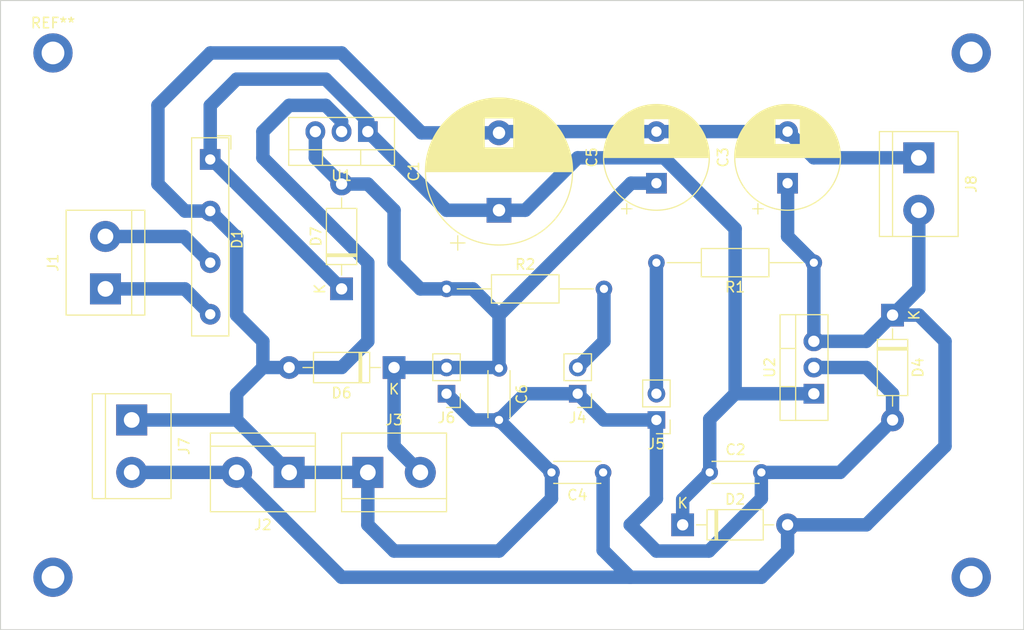
<source format=kicad_pcb>
(kicad_pcb (version 20240108) (generator "pcbnew") (generator_version "8.0")
  (layers (0 "F.Cu" signal) (31 "B.Cu" signal) (34 "B.Paste" user) (35 "F.Paste" user) (36 "B.SilkS" user "B.Silkscreen") (37 "F.SilkS" user "F.Silkscreen") (38 "B.Mask" user) (39 "F.Mask" user) (44 "Edge.Cuts" user))
  (net 0 "")
  (net 1 "Net-(D1-+)")
  (net 2 "Net-(D2-A)")
  (net 3 "Net-(D1--)")
  (net 4 "Net-(D6-K)")
  (net 5 "Net-(J1-Pin_2)")
  (net 6 "Net-(J1-Pin_1)")
  (net 7 "Net-(J4-Pin_2)")
  (net 8 "Net-(J5-Pin_2)")
  (footprint "Resistor_THT:R_Axial_DIN0207_L6.3mm_D2.5mm_P15.24mm_Horizontal" (layer "F.Cu") (at 154.94 71.12 180)
    (property "Reference" "R1" (at 7.62 -2.37 0) (layer "F.SilkS"))
    (property "Value" "R")
    (pad "1" thru_hole circle (at 0 0 180) (size 1.6 1.6) (drill 0.8) (layers "*.Cu" "*.Mask") (net 2 "Net-(D2-A)"))
    (pad "2" thru_hole oval (at 15.24 0 180) (size 1.6 1.6) (drill 0.8) (layers "*.Cu" "*.Mask") (net 8 "Net-(J5-Pin_2)"))
  )
  (footprint "Package_TO_SOT_THT:TO-220-3_Vertical" (layer "F.Cu") (at 111.76 58.42 180)
    (property "Reference" "U1" (at 2.54 -4.27 0) (layer "F.SilkS"))
    (property "Value" "L7805")
    (pad "1" thru_hole rect (at 0 0 180) (size 1.905 2) (drill 1.1) (layers "*.Cu" "*.Mask") (net 1 "Net-(D1-+)"))
    (pad "2" thru_hole oval (at 2.54 0 180) (size 1.905 2) (drill 1.1) (layers "*.Cu" "*.Mask") (net 3 "Net-(D1--)"))
    (pad "3" thru_hole oval (at 5.08 0 180) (size 1.905 2) (drill 1.1) (layers "*.Cu" "*.Mask") (net 4 "Net-(D6-K)"))
  )
  (footprint "TerminalBlock:TerminalBlock_bornier-2_P5.08mm" (layer "F.Cu") (at 165.1 60.96 -90)
    (property "Reference" "J8" (at 2.54 -5.08 90) (layer "F.SilkS"))
    (property "Value" "Screw_Terminal_01x02")
    (pad "1" thru_hole rect (at 0 0 270) (size 3 3) (drill 1.52) (layers "*.Cu" "*.Mask") (net 3 "Net-(D1--)"))
    (pad "2" thru_hole circle (at 5.08 0 270) (size 3 3) (drill 1.52) (layers "*.Cu" "*.Mask") (net 2 "Net-(D2-A)"))
  )
  (footprint "Diode_THT:D_DO-41_SOD81_P10.16mm_Horizontal" (layer "F.Cu") (at 114.3 81.28 180)
    (property "Reference" "D6" (at 5.08 -2.47 0) (layer "F.SilkS"))
    (property "Value" "1N4007")
    (fp_text user "K" (at 0 -2.1 0) (layer "F.SilkS"))
    (pad "1" thru_hole rect (at 0 0 180) (size 2.2 2.2) (drill 1.1) (layers "*.Cu" "*.Mask") (net 4 "Net-(D6-K)"))
    (pad "2" thru_hole oval (at 10.16 0 180) (size 2.2 2.2) (drill 1.1) (layers "*.Cu" "*.Mask") (net 3 "Net-(D1--)"))
  )
  (footprint "Connector_PinHeader_2.54mm:PinHeader_1x02_P2.54mm_Vertical" (layer "F.Cu") (at 119.38 83.82 180)
    (property "Reference" "J6" (at 0 -2.33 0) (layer "F.SilkS"))
    (property "Value" "Screw_Terminal_01x02")
    (pad "1" thru_hole rect (at 0 0 180) (size 1.7 1.7) (drill 1) (layers "*.Cu" "*.Mask") (net 3 "Net-(D1--)"))
    (pad "2" thru_hole oval (at 0 2.54 180) (size 1.7 1.7) (drill 1) (layers "*.Cu" "*.Mask") (net 4 "Net-(D6-K)"))
  )
  (footprint "TerminalBlock:TerminalBlock_bornier-2_P5.08mm" (layer "F.Cu") (at 88.9 86.36 -90)
    (property "Reference" "J7" (at 2.54 -5.08 90) (layer "F.SilkS"))
    (property "Value" "Screw_Terminal_01x02")
    (pad "1" thru_hole rect (at 0 0 270) (size 3 3) (drill 1.52) (layers "*.Cu" "*.Mask") (net 3 "Net-(D1--)"))
    (pad "2" thru_hole circle (at 5.08 0 270) (size 3 3) (drill 1.52) (layers "*.Cu" "*.Mask") (net 2 "Net-(D2-A)"))
  )
  (footprint "Diode_THT:D_DO-41_SOD81_P10.16mm_Horizontal" (layer "F.Cu") (at 142.24 96.52)
    (property "Reference" "D2" (at 5.08 -2.47 0) (layer "F.SilkS"))
    (property "Value" "1N4007")
    (fp_text user "K" (at 0 -2.1 0) (layer "F.SilkS"))
    (pad "1" thru_hole rect (at 0 0) (size 2.2 2.2) (drill 1.1) (layers "*.Cu" "*.Mask") (net 1 "Net-(D1-+)"))
    (pad "2" thru_hole oval (at 10.16 0) (size 2.2 2.2) (drill 1.1) (layers "*.Cu" "*.Mask") (net 2 "Net-(D2-A)"))
  )
  (footprint "Connector_PinHeader_2.54mm:PinHeader_1x02_P2.54mm_Vertical" (layer "F.Cu") (at 132.08 83.82 180)
    (property "Reference" "J4" (at 0 -2.33 0) (layer "F.SilkS"))
    (property "Value" "Screw_Terminal_01x02")
    (pad "1" thru_hole rect (at 0 0 180) (size 1.7 1.7) (drill 1) (layers "*.Cu" "*.Mask") (net 3 "Net-(D1--)"))
    (pad "2" thru_hole oval (at 0 2.54 180) (size 1.7 1.7) (drill 1) (layers "*.Cu" "*.Mask") (net 7 "Net-(J4-Pin_2)"))
  )
  (footprint "Capacitor_THT:C_Disc_D4.3mm_W1.9mm_P5.00mm" (layer "F.Cu") (at 134.54 91.44 180)
    (property "Reference" "C4" (at 2.5 -2.2 0) (layer "F.SilkS"))
    (property "Value" "C")
    (pad "1" thru_hole circle (at 0 0 180) (size 1.6 1.6) (drill 0.8) (layers "*.Cu" "*.Mask") (net 2 "Net-(D2-A)"))
    (pad "2" thru_hole circle (at 5 0 180) (size 1.6 1.6) (drill 0.8) (layers "*.Cu" "*.Mask") (net 3 "Net-(D1--)"))
  )
  (footprint "Capacitor_THT:CP_Radial_D10.0mm_P5.00mm" (layer "F.Cu") (at 152.4 63.42 90)
    (property "Reference" "C3" (at 2.5 -6.25 90) (layer "F.SilkS"))
    (property "Value" "C_Polarized")
    (pad "1" thru_hole rect (at 0 0 90) (size 2 2) (drill 1) (layers "*.Cu" "*.Mask") (net 2 "Net-(D2-A)"))
    (pad "2" thru_hole circle (at 5 0 90) (size 2 2) (drill 1) (layers "*.Cu" "*.Mask") (net 3 "Net-(D1--)"))
  )
  (footprint "" (layer "F.Cu") (at 81.28 101.6)
    (property "Reference" "" (at 0 0 0) (layer "F.SilkS") (effects (font (size 1.27 1.27))))
    (property "Value" "" (at 0 0 0) (layer "F.SilkS") (effects (font (size 1.27 1.27))))
    (pad "1" thru_hole circle (at 0 0) (size 3.8 3.8) (drill 2.2) (layers "*.Cu" "*.Mask"))
  )
  (footprint "Capacitor_THT:CP_Radial_D14.0mm_P7.50mm" (layer "F.Cu") (at 124.46 66.04 90)
    (property "Reference" "C1" (at 3.75 -8.25 90) (layer "F.SilkS"))
    (property "Value" "C_Polarized")
    (pad "1" thru_hole rect (at 0 0 90) (size 2.4 2.4) (drill 1.2) (layers "*.Cu" "*.Mask") (net 1 "Net-(D1-+)"))
    (pad "2" thru_hole circle (at 7.5 0 90) (size 2.4 2.4) (drill 1.2) (layers "*.Cu" "*.Mask") (net 3 "Net-(D1--)"))
  )
  (footprint "Diode_THT:D_DO-41_SOD81_P10.16mm_Horizontal" (layer "F.Cu") (at 162.56 76.2 -90)
    (property "Reference" "D4" (at 5.08 -2.47 90) (layer "F.SilkS"))
    (property "Value" "1N4007")
    (fp_text user "K" (at 0 -2.1 90) (layer "F.SilkS"))
    (pad "1" thru_hole rect (at 0 0 270) (size 2.2 2.2) (drill 1.1) (layers "*.Cu" "*.Mask") (net 2 "Net-(D2-A)"))
    (pad "2" thru_hole oval (at 10.16 0 270) (size 2.2 2.2) (drill 1.1) (layers "*.Cu" "*.Mask") (net 3 "Net-(D1--)"))
  )
  (footprint "TerminalBlock:TerminalBlock_bornier-2_P5.08mm" (layer "F.Cu") (at 86.36 73.66 90)
    (property "Reference" "J1" (at 2.54 -5.08 90) (layer "F.SilkS"))
    (property "Value" "Screw_Terminal_01x02")
    (pad "1" thru_hole rect (at 0 0 90) (size 3 3) (drill 1.52) (layers "*.Cu" "*.Mask") (net 6 "Net-(J1-Pin_1)"))
    (pad "2" thru_hole circle (at 5.08 0 90) (size 3 3) (drill 1.52) (layers "*.Cu" "*.Mask") (net 5 "Net-(J1-Pin_2)"))
  )
  (footprint "TerminalBlock:TerminalBlock_bornier-2_P5.08mm" (layer "F.Cu") (at 111.76 91.44)
    (property "Reference" "J3" (at 2.54 -5.08 0) (layer "F.SilkS"))
    (property "Value" "Screw_Terminal_01x02")
    (pad "1" thru_hole rect (at 0 0) (size 3 3) (drill 1.52) (layers "*.Cu" "*.Mask") (net 3 "Net-(D1--)"))
    (pad "2" thru_hole circle (at 5.08 0) (size 3 3) (drill 1.52) (layers "*.Cu" "*.Mask") (net 4 "Net-(D6-K)"))
  )
  (footprint "Connector_PinHeader_2.54mm:PinHeader_1x02_P2.54mm_Vertical" (layer "F.Cu") (at 139.7 86.36 180)
    (property "Reference" "J5" (at 0 -2.33 0) (layer "F.SilkS"))
    (property "Value" "Screw_Terminal_01x02")
    (pad "1" thru_hole rect (at 0 0 180) (size 1.7 1.7) (drill 1) (layers "*.Cu" "*.Mask") (net 3 "Net-(D1--)"))
    (pad "2" thru_hole oval (at 0 2.54 180) (size 1.7 1.7) (drill 1) (layers "*.Cu" "*.Mask") (net 8 "Net-(J5-Pin_2)"))
  )
  (footprint "Diode_THT:D_DO-41_SOD81_P10.16mm_Horizontal" (layer "F.Cu") (at 109.22 73.66 90)
    (property "Reference" "D7" (at 5.08 -2.47 90) (layer "F.SilkS"))
    (property "Value" "1N4007")
    (fp_text user "K" (at 0 -2.1 90) (layer "F.SilkS"))
    (pad "1" thru_hole rect (at 0 0 90) (size 2.2 2.2) (drill 1.1) (layers "*.Cu" "*.Mask") (net 1 "Net-(D1-+)"))
    (pad "2" thru_hole oval (at 10.16 0 90) (size 2.2 2.2) (drill 1.1) (layers "*.Cu" "*.Mask") (net 4 "Net-(D6-K)"))
  )
  (footprint "Diode_THT:Diode_Bridge_19.0x3.5x10.0mm_P5.0mm" (layer "F.Cu") (at 96.5025 61.12 -90)
    (property "Reference" "D1" (at 7.7 -2.6 90) (layer "F.SilkS"))
    (property "Value" "D_Bridge_+-AA")
    (pad "1" thru_hole rect (at 0 0 270) (size 2 2) (drill 1) (layers "*.Cu" "*.Mask") (net 1 "Net-(D1-+)"))
    (pad "2" thru_hole circle (at 5 0 270) (size 2 2) (drill 1) (layers "*.Cu" "*.Mask") (net 3 "Net-(D1--)"))
    (pad "3" thru_hole circle (at 10 0 270) (size 2 2) (drill 1) (layers "*.Cu" "*.Mask") (net 5 "Net-(J1-Pin_2)"))
    (pad "4" thru_hole circle (at 15 0 270) (size 2 2) (drill 1) (layers "*.Cu" "*.Mask") (net 6 "Net-(J1-Pin_1)"))
  )
  (footprint "Capacitor_THT:C_Disc_D4.3mm_W1.9mm_P5.00mm" (layer "F.Cu") (at 144.86 91.44)
    (property "Reference" "C2" (at 2.5 -2.2 0) (layer "F.SilkS"))
    (property "Value" "C")
    (pad "1" thru_hole circle (at 0 0) (size 1.6 1.6) (drill 0.8) (layers "*.Cu" "*.Mask") (net 1 "Net-(D1-+)"))
    (pad "2" thru_hole circle (at 5 0) (size 1.6 1.6) (drill 0.8) (layers "*.Cu" "*.Mask") (net 3 "Net-(D1--)"))
  )
  (footprint "Resistor_THT:R_Axial_DIN0207_L6.3mm_D2.5mm_P15.24mm_Horizontal" (layer "F.Cu") (at 119.38 73.66)
    (property "Reference" "R2" (at 7.62 -2.37 0) (layer "F.SilkS"))
    (property "Value" "R")
    (pad "1" thru_hole circle (at 0 0) (size 1.6 1.6) (drill 0.8) (layers "*.Cu" "*.Mask") (net 4 "Net-(D6-K)"))
    (pad "2" thru_hole oval (at 15.24 0) (size 1.6 1.6) (drill 0.8) (layers "*.Cu" "*.Mask") (net 7 "Net-(J4-Pin_2)"))
  )
  (footprint "MountingHole:MountingHole_2.2mm_M2_DIN965_Pad" (layer "F.Cu") (at 81.28 50.8)
    (property "Reference" "REF**" (at 0 -2.9 0) (layer "F.SilkS"))
    (property "Value" "MountingHole_2.2mm_M2_DIN965_Pad" (hide yes))
    (pad "1" thru_hole circle (at 0 0) (size 3.8 3.8) (drill 2.2) (layers "*.Cu" "*.Mask"))
  )
  (footprint "Capacitor_THT:C_Disc_D4.3mm_W1.9mm_P5.00mm" (layer "F.Cu") (at 124.46 81.36 -90)
    (property "Reference" "C6" (at 2.5 -2.2 90) (layer "F.SilkS"))
    (property "Value" "C")
    (pad "1" thru_hole circle (at 0 0 270) (size 1.6 1.6) (drill 0.8) (layers "*.Cu" "*.Mask") (net 4 "Net-(D6-K)"))
    (pad "2" thru_hole circle (at 5 0 270) (size 1.6 1.6) (drill 0.8) (layers "*.Cu" "*.Mask") (net 3 "Net-(D1--)"))
  )
  (footprint "TerminalBlock:TerminalBlock_bornier-2_P5.08mm" (layer "F.Cu") (at 104.14 91.44 180)
    (property "Reference" "J2" (at 2.54 -5.08 0) (layer "F.SilkS"))
    (property "Value" "Screw_Terminal_01x02")
    (pad "1" thru_hole rect (at 0 0 180) (size 3 3) (drill 1.52) (layers "*.Cu" "*.Mask") (net 3 "Net-(D1--)"))
    (pad "2" thru_hole circle (at 5.08 0 180) (size 3 3) (drill 1.52) (layers "*.Cu" "*.Mask") (net 2 "Net-(D2-A)"))
  )
  (footprint "" (layer "F.Cu") (at 170.18 101.6)
    (property "Reference" "" (at 0 0 0) (layer "F.SilkS") (effects (font (size 1.27 1.27))))
    (property "Value" "" (at 0 0 0) (layer "F.SilkS") (effects (font (size 1.27 1.27))))
    (pad "1" thru_hole circle (at 0 0) (size 3.8 3.8) (drill 2.2) (layers "*.Cu" "*.Mask"))
  )
  (footprint "Package_TO_SOT_THT:TO-220-3_Vertical" (layer "F.Cu") (at 154.94 83.82 90)
    (property "Reference" "U2" (at 2.54 -4.27 90) (layer "F.SilkS"))
    (property "Value" "L7812")
    (pad "1" thru_hole rect (at 0 0 90) (size 1.905 2) (drill 1.1) (layers "*.Cu" "*.Mask") (net 1 "Net-(D1-+)"))
    (pad "2" thru_hole oval (at 2.54 0 90) (size 1.905 2) (drill 1.1) (layers "*.Cu" "*.Mask") (net 3 "Net-(D1--)"))
    (pad "3" thru_hole oval (at 5.08 0 90) (size 1.905 2) (drill 1.1) (layers "*.Cu" "*.Mask") (net 2 "Net-(D2-A)"))
  )
  (footprint "" (layer "F.Cu") (at 170.18 50.8)
    (property "Reference" "" (at 0 0 0) (layer "F.SilkS") (effects (font (size 1.27 1.27))))
    (property "Value" "" (at 0 0 0) (layer "F.SilkS") (effects (font (size 1.27 1.27))))
    (pad "1" thru_hole circle (at 0 0) (size 3.8 3.8) (drill 2.2) (layers "*.Cu" "*.Mask"))
  )
  (footprint "Capacitor_THT:CP_Radial_D10.0mm_P5.00mm" (layer "F.Cu") (at 139.7 63.42 90)
    (property "Reference" "C5" (at 2.5 -6.25 90) (layer "F.SilkS"))
    (property "Value" "C_Polarized")
    (pad "1" thru_hole rect (at 0 0 90) (size 2 2) (drill 1) (layers "*.Cu" "*.Mask") (net 4 "Net-(D6-K)"))
    (pad "2" thru_hole circle (at 5 0 90) (size 2 2) (drill 1) (layers "*.Cu" "*.Mask") (net 3 "Net-(D1--)"))
  )
  (gr_rect (start 76.2 45.72) (end 175.26 106.68) (stroke (width 0.1)) (fill none) (layer "Edge.Cuts"))
  (segment (start 144.86 86.28) (end 147.32 83.82) (width 1.3) (layer "B.Cu") (net 1))
  (segment (start 147.32 83.82) (end 154.94 83.82) (width 1.3) (layer "B.Cu") (net 1))
  (segment (start 111.76 57.42) (end 111.76 58.42) (width 1.3) (layer "B.Cu") (net 1))
  (segment (start 127 66.04) (end 132.08 60.96) (width 1.3) (layer "B.Cu") (net 1))
  (segment (start 107.68 53.34) (end 111.76 57.42) (width 1.3) (layer "B.Cu") (net 1))
  (segment (start 99.06 53.34) (end 107.68 53.34) (width 1.3) (layer "B.Cu") (net 1))
  (segment (start 124.46 66.04) (end 127 66.04) (width 1.3) (layer "B.Cu") (net 1))
  (segment (start 132.08 60.96) (end 140.442082 60.96) (width 1.3) (layer "B.Cu") (net 1))
  (segment (start 142.24 96.52) (end 142.24 94.06) (width 1.3) (layer "B.Cu") (net 1))
  (segment (start 96.68 61.12) (end 96.5025 61.12) (width 1.3) (layer "B.Cu") (net 1))
  (segment (start 144.86 91.44) (end 144.86 86.28) (width 1.3) (layer "B.Cu") (net 1))
  (segment (start 142.24 94.06) (end 144.86 91.44) (width 1.3) (layer "B.Cu") (net 1))
  (segment (start 109.22 73.66) (end 96.68 61.12) (width 1.3) (layer "B.Cu") (net 1))
  (segment (start 96.5025 55.8975) (end 99.06 53.34) (width 1.3) (layer "B.Cu") (net 1))
  (segment (start 140.442082 60.96) (end 147.32 67.837918) (width 1.3) (layer "B.Cu") (net 1))
  (segment (start 96.5025 61.12) (end 96.5025 55.8975) (width 1.3) (layer "B.Cu") (net 1))
  (segment (start 124.46 66.04) (end 119.38 66.04) (width 1.3) (layer "B.Cu") (net 1))
  (segment (start 147.32 67.837918) (end 147.32 83.82) (width 1.3) (layer "B.Cu") (net 1))
  (segment (start 119.38 66.04) (end 111.76 58.42) (width 1.3) (layer "B.Cu") (net 1))
  (segment (start 88.9 91.44) (end 99.06 91.44) (width 1.3) (layer "B.Cu") (net 2))
  (segment (start 109.22 101.6) (end 137.16 101.6) (width 1.3) (layer "B.Cu") (net 2))
  (segment (start 160.02 96.52) (end 152.4 96.52) (width 1.3) (layer "B.Cu") (net 2))
  (segment (start 165.1 66.04) (end 165.1 73.66) (width 1.3) (layer "B.Cu") (net 2))
  (segment (start 154.94 78.74) (end 160.02 78.74) (width 1.3) (layer "B.Cu") (net 2))
  (segment (start 134.54 98.98) (end 134.54 91.44) (width 1.3) (layer "B.Cu") (net 2))
  (segment (start 162.56 76.2) (end 165.1 76.2) (width 1.3) (layer "B.Cu") (net 2))
  (segment (start 152.4 96.52) (end 152.4 99.06) (width 1.3) (layer "B.Cu") (net 2))
  (segment (start 152.4 63.42) (end 152.4 68.58) (width 1.3) (layer "B.Cu") (net 2))
  (segment (start 152.4 99.06) (end 149.86 101.6) (width 1.3) (layer "B.Cu") (net 2))
  (segment (start 152.4 68.58) (end 154.94 71.12) (width 1.3) (layer "B.Cu") (net 2))
  (segment (start 137.16 101.6) (end 134.54 98.98) (width 1.3) (layer "B.Cu") (net 2))
  (segment (start 165.1 76.2) (end 167.64 78.74) (width 1.3) (layer "B.Cu") (net 2))
  (segment (start 160.02 78.74) (end 162.56 76.2) (width 1.3) (layer "B.Cu") (net 2))
  (segment (start 165.1 73.66) (end 162.56 76.2) (width 1.3) (layer "B.Cu") (net 2))
  (segment (start 99.06 91.44) (end 109.22 101.6) (width 1.3) (layer "B.Cu") (net 2))
  (segment (start 167.64 78.74) (end 167.64 88.9) (width 1.3) (layer "B.Cu") (net 2))
  (segment (start 167.64 88.9) (end 160.02 96.52) (width 1.3) (layer "B.Cu") (net 2))
  (segment (start 154.94 71.12) (end 154.94 78.74) (width 1.3) (layer "B.Cu") (net 2))
  (segment (start 149.86 101.6) (end 137.16 101.6) (width 1.3) (layer "B.Cu") (net 2))
  (segment (start 137.16 96.52) (end 139.7 93.98) (width 1.3) (layer "B.Cu") (net 3))
  (segment (start 99.06 83.82) (end 99.06 86.36) (width 1.3) (layer "B.Cu") (net 3))
  (segment (start 154.94 60.96) (end 152.4 58.42) (width 1.3) (layer "B.Cu") (net 3))
  (segment (start 99.06 68.58) (end 99.06 76.2) (width 1.3) (layer "B.Cu") (net 3))
  (segment (start 99.06 86.36) (end 104.14 91.44) (width 1.3) (layer "B.Cu") (net 3))
  (segment (start 162.56 83.82) (end 160.02 81.28) (width 1.3) (layer "B.Cu") (net 3))
  (segment (start 139.7 99.06) (end 137.16 96.52) (width 1.3) (layer "B.Cu") (net 3))
  (segment (start 124.58 58.42) (end 124.46 58.54) (width 1.3) (layer "B.Cu") (net 3))
  (segment (start 160.02 81.28) (end 154.94 81.28) (width 1.3) (layer "B.Cu") (net 3))
  (segment (start 139.7 58.42) (end 124.58 58.42) (width 1.3) (layer "B.Cu") (net 3))
  (segment (start 129.54 91.44) (end 124.46 86.36) (width 1.3) (layer "B.Cu") (net 3))
  (segment (start 111.76 96.52) (end 111.76 91.44) (width 1.3) (layer "B.Cu") (net 3))
  (segment (start 121.92 86.36) (end 119.38 83.82) (width 1.3) (layer "B.Cu") (net 3))
  (segment (start 111.76 71.12) (end 101.6 60.96) (width 1.3) (layer "B.Cu") (net 3))
  (segment (start 91.44 63.5) (end 94.06 66.12) (width 1.3) (layer "B.Cu") (net 3))
  (segment (start 96.5025 66.12) (end 98.9625 68.58) (width 1.3) (layer "B.Cu") (net 3))
  (segment (start 101.6 60.96) (end 101.6 58.42) (width 1.3) (layer "B.Cu") (net 3))
  (segment (start 98.9625 68.58) (end 99.06 68.58) (width 1.3) (layer "B.Cu") (net 3))
  (segment (start 144.78 99.06) (end 139.7 99.06) (width 1.3) (layer "B.Cu") (net 3))
  (segment (start 104.14 81.28) (end 101.6 81.28) (width 1.3) (layer "B.Cu") (net 3))
  (segment (start 109.22 57.42367) (end 109.22 58.42) (width 1.3) (layer "B.Cu") (net 3))
  (segment (start 96.52 50.8) (end 91.44 55.88) (width 1.3) (layer "B.Cu") (net 3))
  (segment (start 139.7 58.42) (end 152.4 58.42) (width 1.3) (layer "B.Cu") (net 3))
  (segment (start 129.54 93.98) (end 124.46 99.06) (width 1.3) (layer "B.Cu") (net 3))
  (segment (start 109.22 50.8) (end 96.52 50.8) (width 1.3) (layer "B.Cu") (net 3))
  (segment (start 139.7 86.36) (end 134.62 86.36) (width 1.3) (layer "B.Cu") (net 3))
  (segment (start 107.67633 55.88) (end 109.22 57.42367) (width 1.3) (layer "B.Cu") (net 3))
  (segment (start 99.06 76.2) (end 101.6 78.74) (width 1.3) (layer "B.Cu") (net 3))
  (segment (start 91.44 55.88) (end 91.44 63.5) (width 1.3) (layer "B.Cu") (net 3))
  (segment (start 139.7 93.98) (end 139.7 86.36) (width 1.3) (layer "B.Cu") (net 3))
  (segment (start 109.22 81.28) (end 111.76 78.74) (width 1.3) (layer "B.Cu") (net 3))
  (segment (start 101.6 78.74) (end 101.6 81.28) (width 1.3) (layer "B.Cu") (net 3))
  (segment (start 127 83.82) (end 124.46 86.36) (width 1.3) (layer "B.Cu") (net 3))
  (segment (start 114.3 99.06) (end 111.76 96.52) (width 1.3) (layer "B.Cu") (net 3))
  (segment (start 149.86 91.44) (end 149.86 93.98) (width 1.3) (layer "B.Cu") (net 3))
  (segment (start 134.62 86.36) (end 132.08 83.82) (width 1.3) (layer "B.Cu") (net 3))
  (segment (start 104.14 91.44) (end 111.76 91.44) (width 1.3) (layer "B.Cu") (net 3))
  (segment (start 124.46 58.54) (end 116.96 58.54) (width 1.3) (layer "B.Cu") (net 3))
  (segment (start 101.6 58.42) (end 104.14 55.88) (width 1.3) (layer "B.Cu") (net 3))
  (segment (start 149.86 91.44) (end 157.48 91.44) (width 1.3) (layer "B.Cu") (net 3))
  (segment (start 149.86 93.98) (end 144.78 99.06) (width 1.3) (layer "B.Cu") (net 3))
  (segment (start 129.54 91.44) (end 129.54 93.98) (width 1.3) (layer "B.Cu") (net 3))
  (segment (start 132.08 83.82) (end 127 83.82) (width 1.3) (layer "B.Cu") (net 3))
  (segment (start 88.9 86.36) (end 99.06 86.36) (width 1.3) (layer "B.Cu") (net 3))
  (segment (start 165.1 60.96) (end 154.94 60.96) (width 1.3) (layer "B.Cu") (net 3))
  (segment (start 116.96 58.54) (end 109.22 50.8) (width 1.3) (layer "B.Cu") (net 3))
  (segment (start 104.14 81.28) (end 109.22 81.28) (width 1.3) (layer "B.Cu") (net 3))
  (segment (start 124.46 86.36) (end 121.92 86.36) (width 1.3) (layer "B.Cu") (net 3))
  (segment (start 104.14 55.88) (end 107.67633 55.88) (width 1.3) (layer "B.Cu") (net 3))
  (segment (start 157.48 91.44) (end 162.56 86.36) (width 1.3) (layer "B.Cu") (net 3))
  (segment (start 101.6 81.28) (end 99.06 83.82) (width 1.3) (layer "B.Cu") (net 3))
  (segment (start 111.76 78.74) (end 111.76 71.12) (width 1.3) (layer "B.Cu") (net 3))
  (segment (start 124.46 99.06) (end 114.3 99.06) (width 1.3) (layer "B.Cu") (net 3))
  (segment (start 162.56 86.36) (end 162.56 83.82) (width 1.3) (layer "B.Cu") (net 3))
  (segment (start 94.06 66.12) (end 96.5025 66.12) (width 1.3) (layer "B.Cu") (net 3))
  (segment (start 106.68 60.96) (end 106.68 58.42) (width 1.3) (layer "B.Cu") (net 4))
  (segment (start 124.38 81.28) (end 124.46 81.36) (width 1.3) (layer "B.Cu") (net 4))
  (segment (start 139.7 63.42) (end 137.24 63.42) (width 1.3) (layer "B.Cu") (net 4))
  (segment (start 124.46 76.2) (end 124.46 81.36) (width 1.3) (layer "B.Cu") (net 4))
  (segment (start 119.38 73.66) (end 116.84 73.66) (width 1.3) (layer "B.Cu") (net 4))
  (segment (start 119.38 73.66) (end 121.92 73.66) (width 1.3) (layer "B.Cu") (net 4))
  (segment (start 111.76 63.5) (end 109.22 63.5) (width 1.3) (layer "B.Cu") (net 4))
  (segment (start 114.3 81.28) (end 114.3 88.9) (width 1.3) (layer "B.Cu") (net 4))
  (segment (start 119.38 81.28) (end 124.38 81.28) (width 1.3) (layer "B.Cu") (net 4))
  (segment (start 119.38 81.28) (end 114.3 81.28) (width 1.3) (layer "B.Cu") (net 4))
  (segment (start 137.24 63.42) (end 124.46 76.2) (width 1.3) (layer "B.Cu") (net 4))
  (segment (start 121.92 73.66) (end 124.46 76.2) (width 1.3) (layer "B.Cu") (net 4))
  (segment (start 116.84 91.44) (end 114.3 88.9) (width 1.3) (layer "B.Cu") (net 4))
  (segment (start 109.22 63.5) (end 106.68 60.96) (width 1.3) (layer "B.Cu") (net 4))
  (segment (start 139.7 63.42) (end 139.7 63.5) (width 1.3) (layer "B.Cu") (net 4))
  (segment (start 114.3 71.12) (end 114.3 66.04) (width 1.3) (layer "B.Cu") (net 4))
  (segment (start 116.84 73.66) (end 114.3 71.12) (width 1.3) (layer "B.Cu") (net 4))
  (segment (start 114.3 66.04) (end 111.76 63.5) (width 1.3) (layer "B.Cu") (net 4))
  (segment (start 93.9625 68.58) (end 96.5025 71.12) (width 1.3) (layer "B.Cu") (net 5))
  (segment (start 86.36 68.58) (end 93.9625 68.58) (width 1.3) (layer "B.Cu") (net 5))
  (segment (start 86.36 73.66) (end 94.0425 73.66) (width 1.3) (layer "B.Cu") (net 6))
  (segment (start 94.0425 73.66) (end 96.5025 76.12) (width 1.3) (layer "B.Cu") (net 6))
  (segment (start 134.62 78.74) (end 132.08 81.28) (width 1.3) (layer "B.Cu") (net 7))
  (segment (start 134.62 73.66) (end 134.62 78.74) (width 1.3) (layer "B.Cu") (net 7))
  (segment (start 139.7 71.12) (end 139.7 83.82) (width 1.3) (layer "B.Cu") (net 8))
)
</source>
